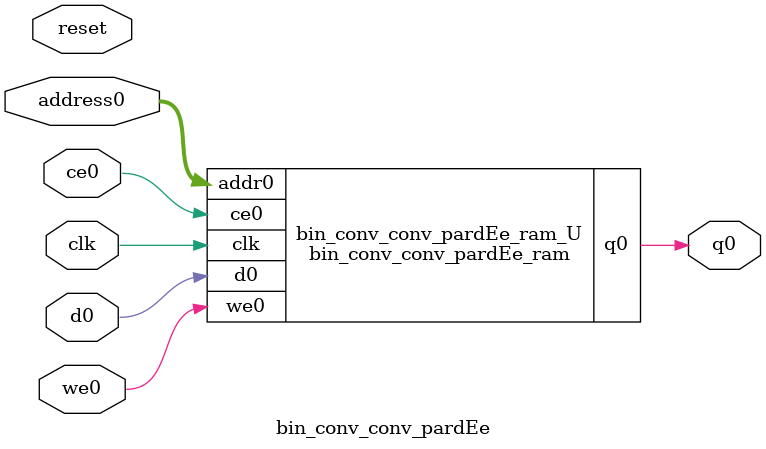
<source format=v>
`timescale 1 ns / 1 ps
module bin_conv_conv_pardEe_ram (addr0, ce0, d0, we0, q0,  clk);

parameter DWIDTH = 1;
parameter AWIDTH = 5;
parameter MEM_SIZE = 18;

input[AWIDTH-1:0] addr0;
input ce0;
input[DWIDTH-1:0] d0;
input we0;
output reg[DWIDTH-1:0] q0;
input clk;

(* ram_style = "distributed" *)reg [DWIDTH-1:0] ram[0:MEM_SIZE-1];




always @(posedge clk)  
begin 
    if (ce0) 
    begin
        if (we0) 
        begin 
            ram[addr0] <= d0; 
        end 
        q0 <= ram[addr0];
    end
end


endmodule

`timescale 1 ns / 1 ps
module bin_conv_conv_pardEe(
    reset,
    clk,
    address0,
    ce0,
    we0,
    d0,
    q0);

parameter DataWidth = 32'd1;
parameter AddressRange = 32'd18;
parameter AddressWidth = 32'd5;
input reset;
input clk;
input[AddressWidth - 1:0] address0;
input ce0;
input we0;
input[DataWidth - 1:0] d0;
output[DataWidth - 1:0] q0;



bin_conv_conv_pardEe_ram bin_conv_conv_pardEe_ram_U(
    .clk( clk ),
    .addr0( address0 ),
    .ce0( ce0 ),
    .we0( we0 ),
    .d0( d0 ),
    .q0( q0 ));

endmodule


</source>
